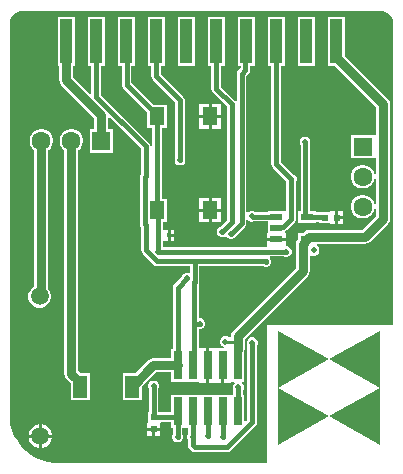
<source format=gtl>
G04*
G04 #@! TF.GenerationSoftware,Altium Limited,Altium Designer,24.6.1 (21)*
G04*
G04 Layer_Physical_Order=1*
G04 Layer_Color=255*
%FSLAX44Y44*%
%MOMM*%
G71*
G04*
G04 #@! TF.SameCoordinates,8DCAB7A9-A94A-4F5B-9992-067C88242E54*
G04*
G04*
G04 #@! TF.FilePolarity,Positive*
G04*
G01*
G75*
%ADD14C,0.2540*%
%ADD15R,0.7600X2.4000*%
%ADD16R,0.5500X0.5500*%
%ADD17R,1.2000X1.9000*%
%ADD18R,1.1000X0.6000*%
%ADD19R,1.0000X3.7000*%
%ADD20R,1.3000X1.5500*%
%ADD21R,0.3000X0.4000*%
%ADD22R,0.5500X0.5500*%
%ADD35C,0.3810*%
%ADD36C,0.7620*%
%ADD37C,1.5000*%
%ADD38C,1.6000*%
%ADD39R,1.6000X1.6000*%
%ADD40R,1.6000X1.6000*%
%ADD41C,0.5080*%
G36*
X320449Y384372D02*
X322289Y383610D01*
X323945Y382503D01*
X325353Y381095D01*
X326460Y379439D01*
X327222Y377599D01*
X327610Y375646D01*
Y374650D01*
Y120534D01*
X327558Y119286D01*
X220878D01*
Y2590D01*
X40688D01*
X35389Y3287D01*
X30227Y4670D01*
X25289Y6716D01*
X20661Y9388D01*
X16421Y12642D01*
X12642Y16421D01*
X9388Y20661D01*
X6716Y25289D01*
X4670Y30227D01*
X3287Y35389D01*
X2590Y40688D01*
Y43361D01*
Y374650D01*
Y375646D01*
X2978Y377599D01*
X3740Y379439D01*
X4847Y381095D01*
X6255Y382503D01*
X7911Y383610D01*
X9751Y384372D01*
X11704Y384760D01*
X318496D01*
X320449Y384372D01*
D02*
G37*
G36*
X316106Y114399D02*
Y114098D01*
Y113917D01*
Y113615D01*
Y113253D01*
Y112831D01*
Y112348D01*
Y111745D01*
Y111081D01*
Y110297D01*
Y109453D01*
Y108487D01*
Y107402D01*
Y106195D01*
Y104808D01*
Y103360D01*
Y101791D01*
Y100042D01*
Y98172D01*
Y96121D01*
Y93889D01*
Y91536D01*
Y89063D01*
Y86348D01*
Y83453D01*
Y80376D01*
Y77118D01*
Y73680D01*
Y70060D01*
Y66200D01*
Y17940D01*
X273064Y42070D01*
X316106Y66200D01*
X273064Y90330D01*
X316106Y114460D01*
Y114399D01*
D02*
G37*
G36*
X273064Y90330D02*
X230022Y66200D01*
X273064Y42070D01*
X230022Y17940D01*
Y66200D01*
Y70060D01*
Y73680D01*
Y77118D01*
Y80376D01*
Y83453D01*
Y86348D01*
Y89063D01*
Y91536D01*
Y93889D01*
Y96121D01*
Y98172D01*
Y100042D01*
Y101791D01*
Y103360D01*
Y104808D01*
Y106195D01*
Y107402D01*
Y108487D01*
Y109453D01*
Y110297D01*
Y111081D01*
Y111745D01*
Y112348D01*
Y112831D01*
Y113253D01*
Y113615D01*
Y113917D01*
Y114098D01*
Y114399D01*
Y114460D01*
X273064Y90330D01*
D02*
G37*
%LPC*%
G36*
X260786Y379856D02*
X246706D01*
Y338776D01*
X260786D01*
Y379856D01*
D02*
G37*
G36*
X159186D02*
X145106D01*
Y338776D01*
X159186D01*
Y379856D01*
D02*
G37*
G36*
X181400Y306072D02*
X173630D01*
Y297052D01*
X181400D01*
Y306072D01*
D02*
G37*
G36*
X171090D02*
X163320D01*
Y297052D01*
X171090D01*
Y306072D01*
D02*
G37*
G36*
X181400Y294512D02*
X173630D01*
Y285492D01*
X181400D01*
Y294512D01*
D02*
G37*
G36*
X171090D02*
X163320D01*
Y285492D01*
X171090D01*
Y294512D01*
D02*
G37*
G36*
X108386Y379856D02*
X94306D01*
Y338776D01*
X97578D01*
Y322792D01*
X97884Y321253D01*
X98756Y319948D01*
X118820Y299884D01*
Y285992D01*
X123338D01*
Y270650D01*
X122068Y270525D01*
X121801Y271866D01*
X120929Y273170D01*
X79968Y314131D01*
Y338776D01*
X82986D01*
Y379856D01*
X68906D01*
Y338776D01*
X71924D01*
Y315615D01*
X70750Y315129D01*
X56511Y329369D01*
Y338776D01*
X57586D01*
Y379856D01*
X43506D01*
Y338776D01*
X44581D01*
Y326898D01*
X45035Y324615D01*
X46328Y322680D01*
X74365Y294644D01*
Y285164D01*
X70289D01*
Y265084D01*
X90369D01*
Y285164D01*
X86294D01*
Y294770D01*
X87467Y295256D01*
X114063Y268660D01*
Y247162D01*
X113199Y245870D01*
X112893Y244331D01*
Y204603D01*
X113199Y203064D01*
X114063Y201771D01*
Y182370D01*
X114369Y180831D01*
X115241Y179526D01*
X124418Y170348D01*
X125723Y169476D01*
X127262Y169170D01*
X155125D01*
Y163773D01*
X154069Y163067D01*
X153573Y163273D01*
X151751D01*
X150068Y162575D01*
X148779Y161287D01*
X148222Y159941D01*
X141936Y153655D01*
X141064Y152350D01*
X140758Y150811D01*
Y99072D01*
X138940D01*
Y90997D01*
X124304D01*
X122021Y90543D01*
X120086Y89250D01*
X109433Y78596D01*
X98288D01*
Y55516D01*
X114368D01*
Y66661D01*
X126775Y79067D01*
X138940D01*
Y70992D01*
X150370D01*
X150620Y70992D01*
Y70992D01*
X151640D01*
Y70992D01*
X162777Y70992D01*
X163840Y70492D01*
X164383Y70492D01*
X168910D01*
Y85032D01*
Y99572D01*
X164383D01*
X163840Y99572D01*
X163026Y100505D01*
Y115562D01*
X164583D01*
X166266Y116259D01*
X167555Y117548D01*
X168252Y119231D01*
Y121053D01*
X167555Y122736D01*
X166266Y124025D01*
X164583Y124722D01*
X163026D01*
Y155288D01*
X163169Y156007D01*
Y169170D01*
X216664D01*
X216997Y168837D01*
X218680Y168140D01*
X220502D01*
X222185Y168837D01*
X223474Y170126D01*
X224171Y171809D01*
Y173631D01*
X223474Y175314D01*
X222815Y175973D01*
X223341Y177243D01*
X234109D01*
X234134Y177219D01*
X235817Y176522D01*
X237639D01*
X239322Y177219D01*
X240611Y178508D01*
X241308Y180191D01*
Y182013D01*
X240611Y183696D01*
X239322Y184985D01*
X237639Y185682D01*
X237574D01*
X236594Y186382D01*
X236594Y186952D01*
Y190652D01*
X220514D01*
Y186558D01*
X220514Y186382D01*
X220089Y185288D01*
X132292D01*
Y190522D01*
X133558Y190534D01*
X133562Y190534D01*
X136328D01*
Y195074D01*
Y199614D01*
X133890D01*
X133558Y199614D01*
X132620Y200416D01*
Y206492D01*
X135900D01*
Y226072D01*
X131382D01*
Y285992D01*
X135900D01*
Y305572D01*
X124508D01*
X105622Y324458D01*
Y338776D01*
X108386D01*
Y379856D01*
D02*
G37*
G36*
X133786D02*
X119706D01*
Y338776D01*
X122724D01*
Y329782D01*
X123030Y328242D01*
X123902Y326937D01*
X142790Y308050D01*
Y261084D01*
X142232Y259737D01*
Y257915D01*
X142929Y256232D01*
X144218Y254943D01*
X145901Y254246D01*
X147723D01*
X149406Y254943D01*
X150695Y256232D01*
X151392Y257915D01*
Y259737D01*
X150834Y261084D01*
Y309716D01*
X150528Y311255D01*
X149656Y312560D01*
X130768Y331448D01*
Y338776D01*
X133786D01*
Y379856D01*
D02*
G37*
G36*
X286186D02*
X272106D01*
Y338776D01*
X277751D01*
X312805Y303721D01*
Y280302D01*
X311535Y280296D01*
X291458D01*
Y260216D01*
X311535D01*
X312805Y260210D01*
Y246184D01*
X311538Y246178D01*
X310854Y248731D01*
X309532Y251021D01*
X307663Y252890D01*
X305373Y254212D01*
X302820Y254896D01*
X300176D01*
X297623Y254212D01*
X295333Y252890D01*
X293464Y251021D01*
X292142Y248731D01*
X291458Y246178D01*
Y243534D01*
X292142Y240981D01*
X293464Y238691D01*
X295333Y236822D01*
X297623Y235500D01*
X300176Y234816D01*
X302820D01*
X305373Y235500D01*
X307663Y236822D01*
X309532Y238691D01*
X310854Y240981D01*
X311538Y243534D01*
X312805Y243528D01*
Y220784D01*
X311538Y220778D01*
X310854Y223331D01*
X309532Y225621D01*
X307663Y227490D01*
X305373Y228812D01*
X302820Y229496D01*
X300176D01*
X297623Y228812D01*
X295333Y227490D01*
X293464Y225621D01*
X292142Y223331D01*
X291458Y220778D01*
Y218134D01*
X292142Y215581D01*
X293464Y213291D01*
X295333Y211422D01*
X297623Y210100D01*
X300176Y209416D01*
X302820D01*
X305373Y210100D01*
X307663Y211422D01*
X309532Y213291D01*
X310854Y215581D01*
X311538Y218134D01*
X312805Y218128D01*
Y211767D01*
X300805Y199767D01*
X256434D01*
X254151Y199313D01*
X252216Y198020D01*
X251890Y197532D01*
X251391Y197433D01*
X250687Y196962D01*
X247014D01*
Y191956D01*
X246734Y191676D01*
X245441Y189741D01*
X244987Y187458D01*
Y167317D01*
X191362Y113692D01*
X190069Y111757D01*
X189615Y109474D01*
Y108842D01*
X188345Y108660D01*
X187966Y109039D01*
X186283Y109736D01*
X184461D01*
X182778Y109039D01*
X181489Y107750D01*
X180792Y106067D01*
Y104245D01*
X181489Y102562D01*
X182778Y101273D01*
X183819Y100842D01*
X183566Y99572D01*
X176540Y99572D01*
X175270Y99572D01*
X171450D01*
Y85032D01*
Y70492D01*
X175270D01*
X176520Y70492D01*
X177790Y70492D01*
X181610D01*
Y85032D01*
X184150D01*
Y70492D01*
X189220Y70492D01*
X190283Y70992D01*
X192513Y70992D01*
X193039Y69722D01*
X192205Y68888D01*
X191508Y67205D01*
Y65383D01*
X191823Y64623D01*
Y60072D01*
X189990D01*
X189740Y60072D01*
X188720D01*
X188470Y60072D01*
X177290D01*
X177040Y60072D01*
X176020D01*
X175770Y60072D01*
X164590D01*
X164340Y60072D01*
X163320D01*
X163070Y60072D01*
X151890D01*
X151640Y60072D01*
X150620D01*
X150370Y60072D01*
X138940D01*
Y45424D01*
X129250D01*
Y45684D01*
X128482D01*
Y65307D01*
X129040Y66653D01*
Y68475D01*
X128343Y70158D01*
X127054Y71447D01*
X125371Y72144D01*
X123549D01*
X121866Y71447D01*
X120577Y70158D01*
X119880Y68475D01*
Y66653D01*
X120438Y65307D01*
Y45684D01*
X119670D01*
Y37087D01*
X119170Y36024D01*
X119170Y35041D01*
Y32004D01*
X124460D01*
X129750D01*
Y35041D01*
X129750Y36024D01*
X129710Y36110D01*
X130516Y37380D01*
X138940D01*
Y31992D01*
X140758D01*
Y26641D01*
X140200Y25295D01*
Y23473D01*
X140897Y21790D01*
X142186Y20501D01*
X143869Y19804D01*
X145691D01*
X147374Y20501D01*
X148663Y21790D01*
X149360Y23473D01*
Y25295D01*
X148802Y26641D01*
Y31992D01*
X150370D01*
X150620Y31992D01*
X151640D01*
X151890Y31992D01*
X153458D01*
Y26641D01*
X152900Y25295D01*
Y23473D01*
X153597Y21790D01*
X153701Y21686D01*
Y17737D01*
X154007Y16198D01*
X154879Y14893D01*
X156868Y12904D01*
X158173Y12032D01*
X159712Y11726D01*
X186675D01*
X188214Y12032D01*
X189519Y12904D01*
X210870Y34255D01*
X211742Y35560D01*
X212048Y37099D01*
Y101882D01*
X212606Y103229D01*
Y105051D01*
X211909Y106734D01*
X210620Y108023D01*
X208937Y108720D01*
X207115D01*
X205432Y108023D01*
X204143Y106734D01*
X203446Y105051D01*
Y103229D01*
X204004Y101882D01*
Y38765D01*
X202593Y37355D01*
X201420Y37841D01*
Y60072D01*
X199867D01*
Y63596D01*
X199971Y63700D01*
X200668Y65383D01*
Y67205D01*
X199971Y68888D01*
X199137Y69722D01*
X199663Y70992D01*
X201420D01*
Y97671D01*
X201545Y98298D01*
Y107003D01*
X255170Y160628D01*
X255170Y160628D01*
X256463Y162563D01*
X256917Y164846D01*
X256917Y164846D01*
Y177669D01*
X258187Y178311D01*
X259439Y177792D01*
X261261D01*
X262944Y178489D01*
X264233Y179778D01*
X264930Y181461D01*
Y183283D01*
X264233Y184966D01*
X262944Y186255D01*
X262944Y186255D01*
X262767Y186365D01*
X262503Y186567D01*
X262805Y187837D01*
X303276D01*
X305559Y188291D01*
X307494Y189584D01*
X322988Y205078D01*
X324281Y207013D01*
X324735Y209296D01*
Y306192D01*
X324281Y308475D01*
X322988Y310410D01*
X286186Y347211D01*
Y379856D01*
D02*
G37*
G36*
X181400Y226572D02*
X173630D01*
Y217552D01*
X181400D01*
Y226572D01*
D02*
G37*
G36*
X171090D02*
X163320D01*
Y217552D01*
X171090D01*
Y226572D01*
D02*
G37*
G36*
X235386Y379856D02*
X221306D01*
Y338776D01*
X224324D01*
Y255270D01*
X224630Y253731D01*
X225502Y252426D01*
X236605Y241322D01*
X237024Y240312D01*
Y216784D01*
X236094Y215962D01*
X221014D01*
Y214919D01*
X210658D01*
X210366Y215211D01*
X208683Y215908D01*
X206861D01*
X205178Y215211D01*
X204428Y214461D01*
X203158Y214988D01*
Y330312D01*
X205103Y332257D01*
X205975Y333562D01*
X206281Y335101D01*
Y338776D01*
X209986D01*
Y379856D01*
X195906D01*
Y338776D01*
X198237D01*
Y336767D01*
X196292Y334822D01*
X195420Y333517D01*
X195114Y331978D01*
Y308641D01*
X193844Y308256D01*
X193344Y309004D01*
X181568Y320780D01*
Y338776D01*
X184586D01*
Y379856D01*
X170506D01*
Y338776D01*
X173524D01*
Y319114D01*
X173830Y317574D01*
X174702Y316269D01*
X186478Y304494D01*
Y207914D01*
X181124Y202561D01*
X179778Y202003D01*
X178489Y200714D01*
X177792Y199031D01*
Y197209D01*
X178489Y195526D01*
X179778Y194237D01*
X181461Y193540D01*
X183283D01*
X184385Y193997D01*
X185869Y193734D01*
X187157Y192446D01*
X188841Y191748D01*
X190663D01*
X192346Y192446D01*
X193634Y193734D01*
X193949Y194494D01*
X201980Y202525D01*
X202852Y203830D01*
X203158Y205369D01*
Y207668D01*
X204428Y208195D01*
X205178Y207445D01*
X206861Y206748D01*
X208683D01*
X208988Y206874D01*
X221014D01*
Y197462D01*
X220514D01*
Y193192D01*
X236594D01*
Y197462D01*
X236094D01*
Y198993D01*
X237111Y199673D01*
X243890Y206452D01*
X244762Y207757D01*
X245068Y209296D01*
Y240312D01*
X245626Y241659D01*
Y243481D01*
X244929Y245164D01*
X243640Y246453D01*
X242294Y247010D01*
X232368Y256936D01*
Y338776D01*
X235386D01*
Y379856D01*
D02*
G37*
G36*
X280984Y215482D02*
Y211462D01*
X285004D01*
Y215482D01*
X280984D01*
D02*
G37*
G36*
X181400Y215012D02*
X173630D01*
Y205992D01*
X181400D01*
Y215012D01*
D02*
G37*
G36*
X171090D02*
X163320D01*
Y205992D01*
X171090D01*
Y215012D01*
D02*
G37*
G36*
X285004Y208922D02*
X280984D01*
Y204902D01*
X285004D01*
Y208922D01*
D02*
G37*
G36*
X253641Y278646D02*
X251819D01*
X250136Y277949D01*
X248847Y276660D01*
X248150Y274977D01*
Y273155D01*
X248847Y271472D01*
X248951Y271368D01*
Y215962D01*
X247014D01*
Y205882D01*
X262094D01*
Y206535D01*
X264764D01*
Y205402D01*
X273361D01*
X274424Y204902D01*
X275407Y204902D01*
X278444D01*
Y210192D01*
Y215482D01*
X275407D01*
X274424Y215482D01*
X273361Y214982D01*
X264764D01*
Y214580D01*
X262094D01*
Y215962D01*
X256995D01*
Y272395D01*
X257310Y273155D01*
Y274977D01*
X256613Y276660D01*
X255324Y277949D01*
X253641Y278646D01*
D02*
G37*
G36*
X138868Y199614D02*
Y196344D01*
X141638D01*
Y199614D01*
X138868D01*
D02*
G37*
G36*
X141638Y193804D02*
X138868D01*
Y190534D01*
X141638D01*
Y193804D01*
D02*
G37*
G36*
X30851Y285164D02*
X28207D01*
X25654Y284480D01*
X23365Y283158D01*
X21495Y281289D01*
X20173Y279000D01*
X19489Y276446D01*
Y273802D01*
X20173Y271249D01*
X21495Y268960D01*
X23365Y267090D01*
X23565Y266975D01*
Y151866D01*
X22082Y151010D01*
X20306Y149234D01*
X19050Y147058D01*
X18400Y144632D01*
Y142120D01*
X19050Y139694D01*
X20306Y137518D01*
X22082Y135742D01*
X24258Y134486D01*
X26684Y133836D01*
X29196D01*
X31622Y134486D01*
X33798Y135742D01*
X35574Y137518D01*
X36830Y139694D01*
X37480Y142120D01*
Y144632D01*
X36830Y147058D01*
X35574Y149234D01*
X35494Y149314D01*
Y266975D01*
X35694Y267090D01*
X37563Y268960D01*
X38885Y271249D01*
X39569Y273802D01*
Y276446D01*
X38885Y279000D01*
X37563Y281289D01*
X35694Y283158D01*
X33405Y284480D01*
X30851Y285164D01*
D02*
G37*
G36*
X56251D02*
X53608D01*
X51054Y284480D01*
X48765Y283158D01*
X46895Y281289D01*
X45574Y279000D01*
X44889Y276446D01*
Y273802D01*
X45574Y271249D01*
X46895Y268960D01*
X48765Y267090D01*
X48965Y266975D01*
Y77955D01*
X49419Y75672D01*
X50712Y73737D01*
X54288Y70161D01*
Y55516D01*
X70368D01*
Y78596D01*
X62723D01*
X60894Y80425D01*
Y266975D01*
X61094Y267090D01*
X62963Y268960D01*
X64285Y271249D01*
X64969Y273802D01*
Y276446D01*
X64285Y279000D01*
X62963Y281289D01*
X61094Y283158D01*
X58805Y284480D01*
X56251Y285164D01*
D02*
G37*
G36*
X30024Y35186D02*
X29972D01*
Y26416D01*
X38742D01*
Y26468D01*
X38058Y29021D01*
X36736Y31311D01*
X34867Y33180D01*
X32577Y34502D01*
X30024Y35186D01*
D02*
G37*
G36*
X27432D02*
X27380D01*
X24827Y34502D01*
X22537Y33180D01*
X20668Y31311D01*
X19346Y29021D01*
X18662Y26468D01*
Y26416D01*
X27432D01*
Y35186D01*
D02*
G37*
G36*
X129750Y29464D02*
X125730D01*
Y25444D01*
X129750D01*
Y29464D01*
D02*
G37*
G36*
X123190D02*
X119170D01*
Y25444D01*
X123190D01*
Y29464D01*
D02*
G37*
G36*
X38742Y23876D02*
X29972D01*
Y15106D01*
X30024D01*
X32577Y15790D01*
X34867Y17112D01*
X36736Y18981D01*
X38058Y21271D01*
X38742Y23824D01*
Y23876D01*
D02*
G37*
G36*
X27432D02*
X18662D01*
Y23824D01*
X19346Y21271D01*
X20668Y18981D01*
X22537Y17112D01*
X24827Y15790D01*
X27380Y15106D01*
X27432D01*
Y23876D01*
D02*
G37*
%LPD*%
D14*
X185372Y105156D02*
X194310D01*
X195580Y103886D01*
X124460Y40894D02*
X124968Y41402D01*
X142250D02*
X144780Y43932D01*
Y46032D01*
X196088Y66294D02*
X196342Y66040D01*
X195580Y85032D02*
Y98298D01*
X182118Y45270D02*
X182880Y46032D01*
X60706Y65434D02*
X62328Y67056D01*
D15*
X195580Y85032D02*
D03*
X182880D02*
D03*
X170180D02*
D03*
X157480D02*
D03*
X144780D02*
D03*
X195580Y46032D02*
D03*
X182880D02*
D03*
X170180D02*
D03*
X157480D02*
D03*
X144780D02*
D03*
D16*
X269554Y210192D02*
D03*
X279714D02*
D03*
D17*
X62328Y67056D02*
D03*
X106328D02*
D03*
D18*
X254554Y210922D02*
D03*
Y191922D02*
D03*
X228554Y210922D02*
D03*
Y201422D02*
D03*
Y191922D02*
D03*
D19*
X50546Y359316D02*
D03*
X75946D02*
D03*
X101346D02*
D03*
X126746D02*
D03*
X152146D02*
D03*
X177546D02*
D03*
X202946D02*
D03*
X228346D02*
D03*
X253746D02*
D03*
X279146D02*
D03*
D20*
X127360Y216282D02*
D03*
Y295782D02*
D03*
X172360Y216282D02*
D03*
Y295782D02*
D03*
D21*
X128598Y195074D02*
D03*
X137598D02*
D03*
D22*
X124460Y30734D02*
D03*
Y40894D02*
D03*
D35*
X159147Y156007D02*
Y173193D01*
X218729D01*
X127262D02*
X159147D01*
X159004Y120226D02*
Y155864D01*
X159147Y156007D01*
X159004Y120226D02*
X163588D01*
X144780Y150811D02*
X152662Y158693D01*
X144780Y85032D02*
Y150811D01*
X157480Y24384D02*
Y46032D01*
X157723Y17737D02*
Y24141D01*
X157480Y24384D02*
X157723Y24141D01*
Y17737D02*
X159712Y15748D01*
X186675D01*
X159004Y86556D02*
Y120226D01*
X163588D02*
X163672Y120142D01*
X157480Y85032D02*
X159004Y86556D01*
X124460Y40894D02*
Y67564D01*
X128360Y181266D02*
X236982D01*
X144780Y24384D02*
Y43932D01*
X124968Y41402D02*
X142250D01*
X208116Y211328D02*
X208547Y210896D01*
X207772Y211328D02*
X208116D01*
X208547Y210896D02*
X228528D01*
X208026Y37099D02*
Y104140D01*
X186675Y15748D02*
X208026Y37099D01*
X170180Y24892D02*
Y46032D01*
X182880Y24638D02*
Y46032D01*
X199136Y331978D02*
X202259Y335101D01*
Y358629D02*
X202946Y359316D01*
X202259Y335101D02*
Y358629D01*
X199136Y205369D02*
Y331978D01*
X190095Y196328D02*
X199136Y205369D01*
X189752Y196328D02*
X190095D01*
X228528Y210896D02*
X228554Y210922D01*
X182372Y198120D02*
X190500Y206248D01*
Y306160D01*
X177546Y319114D02*
X190500Y306160D01*
X219348Y172963D02*
X219591Y172720D01*
X218729Y173193D02*
X218959Y172963D01*
X219348D01*
X236982Y181102D02*
Y181266D01*
X75946Y312465D02*
Y359316D01*
Y312465D02*
X118085Y270326D01*
X116915Y244331D02*
X118085Y245500D01*
Y182370D02*
X127262Y173193D01*
X116915Y204603D02*
X118085Y203433D01*
Y245500D02*
Y270326D01*
X116915Y204603D02*
Y244331D01*
X118085Y182370D02*
Y203433D01*
X236728Y181102D02*
X236982D01*
X128270Y181356D02*
X128360Y181266D01*
X254068Y210922D02*
X254554D01*
X252730Y274066D02*
X252973Y273823D01*
Y212017D02*
Y273823D01*
Y212017D02*
X254068Y210922D01*
X146812Y258826D02*
Y309716D01*
X126746Y329782D02*
X146812Y309716D01*
X126746Y329782D02*
Y359316D01*
X228346Y255270D02*
Y359316D01*
X241046Y209296D02*
Y242570D01*
X228346Y255270D02*
X241046Y242570D01*
X254919Y210557D02*
X269189D01*
X254554Y210922D02*
X254919Y210557D01*
X269189D02*
X269554Y210192D01*
X234267Y202517D02*
X241046Y209296D01*
X229649Y202517D02*
X234267D01*
X228554Y201422D02*
X229649Y202517D01*
X228046Y200914D02*
X228554Y201422D01*
X27940Y143376D02*
X29529Y144965D01*
X177546Y319114D02*
Y359316D01*
X195845Y46297D02*
Y66051D01*
X196088Y66294D01*
X101600Y322792D02*
Y359062D01*
X101346Y359316D02*
X101600Y359062D01*
X127360Y295782D02*
Y297032D01*
X101600Y322792D02*
X127360Y297032D01*
Y216282D02*
Y295782D01*
X128598Y195074D02*
Y215044D01*
X127360Y216282D02*
X128598Y215044D01*
X128270Y194979D02*
X128365Y195074D01*
X128270Y181356D02*
Y194979D01*
X128365Y195074D02*
X128598D01*
D36*
X195580Y103886D02*
Y109474D01*
Y98298D02*
Y103886D01*
X106328Y67056D02*
X124304Y85032D01*
X144780D01*
X195580Y109474D02*
X250952Y164846D01*
Y187458D01*
X252864Y189370D01*
Y191112D01*
X253674Y191922D02*
X254554D01*
X303276Y193802D02*
X318770Y209296D01*
X256434Y193802D02*
X303276D01*
X252864Y191112D02*
X253674Y191922D01*
X29529Y144965D02*
Y275124D01*
X54929Y77955D02*
Y275124D01*
Y77955D02*
X62328Y70556D01*
Y67056D02*
Y70556D01*
X80329Y275124D02*
Y297115D01*
X50546Y326898D02*
X80329Y297115D01*
X50546Y326898D02*
Y359316D01*
X318770Y209296D02*
Y306192D01*
X279146Y345816D02*
X318770Y306192D01*
X279146Y345816D02*
Y359316D01*
D37*
X28702Y25146D02*
D03*
X27940Y143376D02*
D03*
D38*
X29529Y275124D02*
D03*
X54929D02*
D03*
X301498Y244856D02*
D03*
Y219456D02*
D03*
D39*
X80329Y275124D02*
D03*
D40*
X301498Y270256D02*
D03*
D41*
X152662Y158693D02*
D03*
X185372Y105156D02*
D03*
X157480Y24384D02*
D03*
X132080Y72644D02*
D03*
X163672Y120142D02*
D03*
X124460Y67564D02*
D03*
X144780Y24384D02*
D03*
X207772Y211328D02*
D03*
X208026Y104140D02*
D03*
X170180Y24892D02*
D03*
X182880Y24638D02*
D03*
X137000Y148800D02*
D03*
X314800Y352000D02*
D03*
X289400D02*
D03*
X276700Y326600D02*
D03*
X289400Y301200D02*
D03*
X276700Y275800D02*
D03*
X289400Y250400D02*
D03*
X276700Y225000D02*
D03*
X264000Y352000D02*
D03*
Y301200D02*
D03*
Y250400D02*
D03*
X238600Y352000D02*
D03*
Y301200D02*
D03*
X225900Y225000D02*
D03*
X213200Y352000D02*
D03*
Y301200D02*
D03*
Y250400D02*
D03*
X187800Y352000D02*
D03*
X162400D02*
D03*
Y250400D02*
D03*
X137000Y352000D02*
D03*
Y250400D02*
D03*
X111600Y352000D02*
D03*
Y301200D02*
D03*
Y250400D02*
D03*
Y199600D02*
D03*
X98900Y123400D02*
D03*
X111600Y47200D02*
D03*
X86200Y352000D02*
D03*
Y250400D02*
D03*
X73500Y225000D02*
D03*
X86200Y199600D02*
D03*
X73500Y174200D02*
D03*
X86200Y148800D02*
D03*
X73500Y123400D02*
D03*
X86200Y98000D02*
D03*
X73500Y72600D02*
D03*
X86200Y47200D02*
D03*
X73500Y21800D02*
D03*
X60800Y352000D02*
D03*
Y301200D02*
D03*
X48100Y72600D02*
D03*
Y21800D02*
D03*
X35400Y352000D02*
D03*
X22700Y326600D02*
D03*
X35400Y301200D02*
D03*
X22700Y123400D02*
D03*
X35400Y98000D02*
D03*
X22700Y72600D02*
D03*
X35400Y47200D02*
D03*
X189752Y196328D02*
D03*
X260350Y182372D02*
D03*
X182372Y198120D02*
D03*
X219591Y172720D02*
D03*
X236728Y181102D02*
D03*
X252730Y274066D02*
D03*
X146812Y258826D02*
D03*
X241046Y242570D02*
D03*
X196088Y66294D02*
D03*
X128270Y181356D02*
D03*
M02*

</source>
